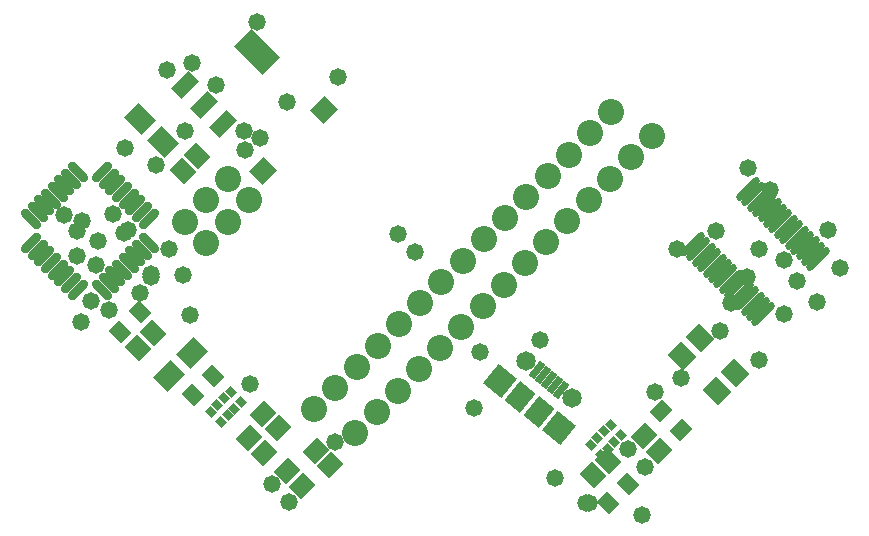
<source format=gts>
G04*
G04 #@! TF.GenerationSoftware,Altium Limited,Altium Designer,23.4.1 (23)*
G04*
G04 Layer_Color=8388736*
%FSLAX44Y44*%
%MOMM*%
G71*
G04*
G04 #@! TF.SameCoordinates,7EF6362F-2363-4B38-88DE-BB285B2C36F4*
G04*
G04*
G04 #@! TF.FilePolarity,Negative*
G04*
G01*
G75*
G04:AMPARAMS|DCode=34|XSize=0.7032mm|YSize=0.8032mm|CornerRadius=0mm|HoleSize=0mm|Usage=FLASHONLY|Rotation=45.000|XOffset=0mm|YOffset=0mm|HoleType=Round|Shape=Rectangle|*
%AMROTATEDRECTD34*
4,1,4,0.0354,-0.5326,-0.5326,0.0354,-0.0354,0.5326,0.5326,-0.0354,0.0354,-0.5326,0.0*
%
%ADD34ROTATEDRECTD34*%

G04:AMPARAMS|DCode=35|XSize=0.6532mm|YSize=2.6032mm|CornerRadius=0mm|HoleSize=0mm|Usage=FLASHONLY|Rotation=135.000|XOffset=0mm|YOffset=0mm|HoleType=Round|Shape=Round|*
%AMOVALD35*
21,1,1.9500,0.6532,0.0000,0.0000,225.0*
1,1,0.6532,0.6894,0.6894*
1,1,0.6532,-0.6894,-0.6894*
%
%ADD35OVALD35*%

G04:AMPARAMS|DCode=36|XSize=1.7032mm|YSize=1.5032mm|CornerRadius=0mm|HoleSize=0mm|Usage=FLASHONLY|Rotation=135.000|XOffset=0mm|YOffset=0mm|HoleType=Round|Shape=Rectangle|*
%AMROTATEDRECTD36*
4,1,4,1.1336,-0.0707,0.0707,-1.1336,-1.1336,0.0707,-0.0707,1.1336,1.1336,-0.0707,0.0*
%
%ADD36ROTATEDRECTD36*%

G04:AMPARAMS|DCode=37|XSize=0.6032mm|YSize=1.5532mm|CornerRadius=0mm|HoleSize=0mm|Usage=FLASHONLY|Rotation=321.000|XOffset=0mm|YOffset=0mm|HoleType=Round|Shape=Rectangle|*
%AMROTATEDRECTD37*
4,1,4,-0.7231,-0.4137,0.2543,0.7933,0.7231,0.4137,-0.2543,-0.7933,-0.7231,-0.4137,0.0*
%
%ADD37ROTATEDRECTD37*%

G04:AMPARAMS|DCode=38|XSize=2.0032mm|YSize=2.1032mm|CornerRadius=0mm|HoleSize=0mm|Usage=FLASHONLY|Rotation=321.000|XOffset=0mm|YOffset=0mm|HoleType=Round|Shape=Rectangle|*
%AMROTATEDRECTD38*
4,1,4,-1.4402,-0.1869,-0.1166,1.4476,1.4402,0.1869,0.1166,-1.4476,-1.4402,-0.1869,0.0*
%
%ADD38ROTATEDRECTD38*%

G04:AMPARAMS|DCode=39|XSize=1.7032mm|YSize=2.1032mm|CornerRadius=0mm|HoleSize=0mm|Usage=FLASHONLY|Rotation=321.000|XOffset=0mm|YOffset=0mm|HoleType=Round|Shape=Rectangle|*
%AMROTATEDRECTD39*
4,1,4,-1.3236,-0.2813,-0.0000,1.3532,1.3236,0.2813,0.0000,-1.3532,-1.3236,-0.2813,0.0*
%
%ADD39ROTATEDRECTD39*%

G04:AMPARAMS|DCode=40|XSize=1.2032mm|YSize=2.0532mm|CornerRadius=0mm|HoleSize=0mm|Usage=FLASHONLY|Rotation=135.000|XOffset=0mm|YOffset=0mm|HoleType=Round|Shape=Rectangle|*
%AMROTATEDRECTD40*
4,1,4,1.1513,0.3005,-0.3005,-1.1513,-1.1513,-0.3005,0.3005,1.1513,1.1513,0.3005,0.0*
%
%ADD40ROTATEDRECTD40*%

G04:AMPARAMS|DCode=41|XSize=3.4032mm|YSize=2.0532mm|CornerRadius=0mm|HoleSize=0mm|Usage=FLASHONLY|Rotation=135.000|XOffset=0mm|YOffset=0mm|HoleType=Round|Shape=Rectangle|*
%AMROTATEDRECTD41*
4,1,4,1.9291,-0.4773,0.4773,-1.9291,-1.9291,0.4773,-0.4773,1.9291,1.9291,-0.4773,0.0*
%
%ADD41ROTATEDRECTD41*%

G04:AMPARAMS|DCode=42|XSize=1.7032mm|YSize=2.1532mm|CornerRadius=0mm|HoleSize=0mm|Usage=FLASHONLY|Rotation=135.000|XOffset=0mm|YOffset=0mm|HoleType=Round|Shape=Rectangle|*
%AMROTATEDRECTD42*
4,1,4,1.3635,0.1591,-0.1591,-1.3635,-1.3635,-0.1591,0.1591,1.3635,1.3635,0.1591,0.0*
%
%ADD42ROTATEDRECTD42*%

G04:AMPARAMS|DCode=43|XSize=1.7032mm|YSize=1.5032mm|CornerRadius=0mm|HoleSize=0mm|Usage=FLASHONLY|Rotation=45.000|XOffset=0mm|YOffset=0mm|HoleType=Round|Shape=Rectangle|*
%AMROTATEDRECTD43*
4,1,4,-0.0707,-1.1336,-1.1336,-0.0707,0.0707,1.1336,1.1336,0.0707,-0.0707,-1.1336,0.0*
%
%ADD43ROTATEDRECTD43*%

G04:AMPARAMS|DCode=44|XSize=1.7032mm|YSize=2.1532mm|CornerRadius=0mm|HoleSize=0mm|Usage=FLASHONLY|Rotation=45.000|XOffset=0mm|YOffset=0mm|HoleType=Round|Shape=Rectangle|*
%AMROTATEDRECTD44*
4,1,4,0.1591,-1.3635,-1.3635,0.1591,-0.1591,1.3635,1.3635,-0.1591,0.1591,-1.3635,0.0*
%
%ADD44ROTATEDRECTD44*%

G04:AMPARAMS|DCode=45|XSize=0.8032mm|YSize=2.1532mm|CornerRadius=0mm|HoleSize=0mm|Usage=FLASHONLY|Rotation=45.000|XOffset=0mm|YOffset=0mm|HoleType=Round|Shape=Round|*
%AMOVALD45*
21,1,1.3500,0.8032,0.0000,0.0000,135.0*
1,1,0.8032,0.4773,-0.4773*
1,1,0.8032,-0.4773,0.4773*
%
%ADD45OVALD45*%

G04:AMPARAMS|DCode=46|XSize=0.8032mm|YSize=2.1532mm|CornerRadius=0mm|HoleSize=0mm|Usage=FLASHONLY|Rotation=135.000|XOffset=0mm|YOffset=0mm|HoleType=Round|Shape=Round|*
%AMOVALD46*
21,1,1.3500,0.8032,0.0000,0.0000,225.0*
1,1,0.8032,0.4773,0.4773*
1,1,0.8032,-0.4773,-0.4773*
%
%ADD46OVALD46*%

G04:AMPARAMS|DCode=47|XSize=1.6032mm|YSize=1.7032mm|CornerRadius=0mm|HoleSize=0mm|Usage=FLASHONLY|Rotation=135.000|XOffset=0mm|YOffset=0mm|HoleType=Round|Shape=Rectangle|*
%AMROTATEDRECTD47*
4,1,4,1.1690,0.0354,-0.0354,-1.1690,-1.1690,-0.0354,0.0354,1.1690,1.1690,0.0354,0.0*
%
%ADD47ROTATEDRECTD47*%

G04:AMPARAMS|DCode=48|XSize=1.4532mm|YSize=1.3032mm|CornerRadius=0mm|HoleSize=0mm|Usage=FLASHONLY|Rotation=135.000|XOffset=0mm|YOffset=0mm|HoleType=Round|Shape=Rectangle|*
%AMROTATEDRECTD48*
4,1,4,0.9745,-0.0530,0.0530,-0.9745,-0.9745,0.0530,-0.0530,0.9745,0.9745,-0.0530,0.0*
%
%ADD48ROTATEDRECTD48*%

G04:AMPARAMS|DCode=49|XSize=1.8032mm|YSize=1.6032mm|CornerRadius=0mm|HoleSize=0mm|Usage=FLASHONLY|Rotation=315.000|XOffset=0mm|YOffset=0mm|HoleType=Round|Shape=Rectangle|*
%AMROTATEDRECTD49*
4,1,4,-1.2044,0.0707,-0.0707,1.2044,1.2044,-0.0707,0.0707,-1.2044,-1.2044,0.0707,0.0*
%
%ADD49ROTATEDRECTD49*%

G04:AMPARAMS|DCode=50|XSize=1.4532mm|YSize=1.3032mm|CornerRadius=0mm|HoleSize=0mm|Usage=FLASHONLY|Rotation=45.000|XOffset=0mm|YOffset=0mm|HoleType=Round|Shape=Rectangle|*
%AMROTATEDRECTD50*
4,1,4,-0.0530,-0.9745,-0.9745,-0.0530,0.0530,0.9745,0.9745,0.0530,-0.0530,-0.9745,0.0*
%
%ADD50ROTATEDRECTD50*%

%ADD51C,2.2032*%
%ADD52C,1.6532*%
G04:AMPARAMS|DCode=53|XSize=0.8032mm|YSize=1.5032mm|CornerRadius=0.2516mm|HoleSize=0mm|Usage=FLASHONLY|Rotation=321.000|XOffset=0mm|YOffset=0mm|HoleType=Round|Shape=RoundedRectangle|*
%AMROUNDEDRECTD53*
21,1,0.8032,1.0000,0,0,321.0*
21,1,0.3000,1.5032,0,0,321.0*
1,1,0.5032,-0.1981,-0.4830*
1,1,0.5032,-0.4312,-0.2942*
1,1,0.5032,0.1981,0.4830*
1,1,0.5032,0.4312,0.2942*
%
%ADD53ROUNDEDRECTD53*%
%ADD54C,1.4732*%
D34*
X395714Y4613D02*
D03*
X390057Y-1043D02*
D03*
X384400Y-6701D02*
D03*
X378743Y-12357D02*
D03*
X386914Y13414D02*
D03*
X381256Y7757D02*
D03*
X375600Y2100D02*
D03*
X369943Y-3557D02*
D03*
X73989Y32619D02*
D03*
X68333Y26962D02*
D03*
X62675Y21305D02*
D03*
X57019Y15648D02*
D03*
X65189Y41419D02*
D03*
X59532Y35762D02*
D03*
X53875Y30106D02*
D03*
X48218Y24448D02*
D03*
D35*
X456491Y166641D02*
D03*
X461087Y162044D02*
D03*
X465683Y157448D02*
D03*
X470280Y152852D02*
D03*
X474875Y148256D02*
D03*
X479472Y143659D02*
D03*
X484068Y139064D02*
D03*
X488664Y134467D02*
D03*
X493260Y129871D02*
D03*
X497856Y125275D02*
D03*
X502453Y120678D02*
D03*
X507049Y116083D02*
D03*
X511645Y111486D02*
D03*
X516241Y106890D02*
D03*
X503160Y213310D02*
D03*
X507756Y208713D02*
D03*
X512352Y204117D02*
D03*
X516948Y199521D02*
D03*
X521544Y194925D02*
D03*
X526141Y190329D02*
D03*
X530737Y185732D02*
D03*
X535333Y181136D02*
D03*
X539929Y176540D02*
D03*
X544525Y171944D02*
D03*
X549122Y167348D02*
D03*
X553718Y162752D02*
D03*
X558314Y158155D02*
D03*
X562910Y153559D02*
D03*
D36*
X-13074Y78425D02*
D03*
X-700Y90800D02*
D03*
X24513Y228213D02*
D03*
X36887Y240588D02*
D03*
X372013Y-29387D02*
D03*
X384387Y-17012D02*
D03*
D37*
X345021Y43262D02*
D03*
X339969Y47353D02*
D03*
X334918Y51444D02*
D03*
X329866Y55534D02*
D03*
X324815Y59625D02*
D03*
D38*
X343088Y10367D02*
D03*
X293118Y50833D02*
D03*
D39*
X325929Y24263D02*
D03*
X310200Y37000D02*
D03*
D40*
X26586Y300713D02*
D03*
X42849Y284450D02*
D03*
X59113Y268186D02*
D03*
D41*
X87751Y329351D02*
D03*
D42*
X32408Y74282D02*
D03*
X12963Y54837D02*
D03*
D43*
X92813Y22787D02*
D03*
X105188Y10413D02*
D03*
X80813Y2087D02*
D03*
X93187Y-10287D02*
D03*
X113313Y-25913D02*
D03*
X125687Y-38287D02*
D03*
X137113Y-8613D02*
D03*
X149487Y-20987D02*
D03*
X415413Y3687D02*
D03*
X427787Y-8687D02*
D03*
D44*
X7823Y252477D02*
D03*
X-11623Y271923D02*
D03*
D45*
X-103751Y187853D02*
D03*
X-98094Y193510D02*
D03*
X-92437Y199167D02*
D03*
X-86780Y204824D02*
D03*
X-81124Y210481D02*
D03*
X-75466Y216137D02*
D03*
X-69810Y221794D02*
D03*
X-64153Y227451D02*
D03*
X-4049Y167347D02*
D03*
X-9706Y161690D02*
D03*
X-15362Y156033D02*
D03*
X-21019Y150377D02*
D03*
X-26676Y144719D02*
D03*
X-32333Y139063D02*
D03*
X-37990Y133406D02*
D03*
X-43647Y127749D02*
D03*
D46*
Y227451D02*
D03*
X-37990Y221794D02*
D03*
X-32333Y216137D02*
D03*
X-26676Y210481D02*
D03*
X-21019Y204824D02*
D03*
X-15362Y199167D02*
D03*
X-9706Y193510D02*
D03*
X-4049Y187853D02*
D03*
X-64153Y127749D02*
D03*
X-69810Y133406D02*
D03*
X-75466Y139063D02*
D03*
X-81124Y144719D02*
D03*
X-86780Y150377D02*
D03*
X-92437Y156033D02*
D03*
X-98094Y161690D02*
D03*
X-103751Y167347D02*
D03*
D47*
X92456Y227955D02*
D03*
X144541Y280041D02*
D03*
D48*
X401408Y-36291D02*
D03*
X384792Y-52909D02*
D03*
X-11792Y108808D02*
D03*
X-28408Y92192D02*
D03*
X50308Y55108D02*
D03*
X33692Y38491D02*
D03*
D49*
X462485Y87156D02*
D03*
X492184Y57457D02*
D03*
X476627Y41901D02*
D03*
X446929Y71600D02*
D03*
D50*
X429492Y25309D02*
D03*
X446108Y8692D02*
D03*
D51*
X170795Y6395D02*
D03*
X188755Y24356D02*
D03*
X206716Y42316D02*
D03*
X224676Y60277D02*
D03*
X242637Y78237D02*
D03*
X260597Y96198D02*
D03*
X278558Y114158D02*
D03*
X296519Y132119D02*
D03*
X314479Y150079D02*
D03*
X332439Y168040D02*
D03*
X350400Y186000D02*
D03*
X368360Y203961D02*
D03*
X386321Y221921D02*
D03*
X404282Y239882D02*
D03*
X422242Y257843D02*
D03*
X80561Y203440D02*
D03*
X62600Y185479D02*
D03*
X44640Y167519D02*
D03*
X62600Y221400D02*
D03*
X44640Y203440D02*
D03*
X26679Y185479D02*
D03*
X135934Y26635D02*
D03*
X153895Y44595D02*
D03*
X171855Y62556D02*
D03*
X189816Y80517D02*
D03*
X207776Y98477D02*
D03*
X225737Y116437D02*
D03*
X243697Y134398D02*
D03*
X261658Y152358D02*
D03*
X279618Y170319D02*
D03*
X297579Y188279D02*
D03*
X315539Y206240D02*
D03*
X333500Y224200D02*
D03*
X351460Y242161D02*
D03*
X369421Y260121D02*
D03*
X387382Y278082D02*
D03*
D52*
X315489Y67176D02*
D03*
X354346Y35710D02*
D03*
D53*
X345334Y8691D02*
D03*
X290934Y52743D02*
D03*
D03*
D54*
X206598Y174848D02*
D03*
X11272Y313532D02*
D03*
X-34702Y191866D02*
D03*
X-53244Y117952D02*
D03*
X-48926Y148432D02*
D03*
X-25050Y175864D02*
D03*
X31084Y106268D02*
D03*
X100426Y-36480D02*
D03*
X89758Y255874D02*
D03*
X76423Y262351D02*
D03*
X2382Y233776D02*
D03*
X52420Y300713D02*
D03*
X561690Y117190D02*
D03*
X276702Y75280D02*
D03*
X-21748Y178404D02*
D03*
X-65182Y156560D02*
D03*
X112872Y286608D02*
D03*
X-64674Y177134D02*
D03*
X-60610Y185770D02*
D03*
X-24288Y247492D02*
D03*
X26679Y262351D02*
D03*
X-2444Y141320D02*
D03*
X221330Y159608D02*
D03*
X512668Y162291D02*
D03*
X570930Y178475D02*
D03*
X424412Y41237D02*
D03*
X413608Y-62561D02*
D03*
X-61880Y100772D02*
D03*
X-2444Y138473D02*
D03*
X443390Y162044D02*
D03*
X366283Y-52909D02*
D03*
X270860Y27528D02*
D03*
X479902Y92552D02*
D03*
X533750Y152598D02*
D03*
X-38004Y110840D02*
D03*
X32354Y319374D02*
D03*
X-47402Y168752D02*
D03*
X114396Y-51974D02*
D03*
X-75850Y190850D02*
D03*
X77215Y245714D02*
D03*
X581248Y146400D02*
D03*
X544672Y135224D02*
D03*
X327248Y85186D02*
D03*
X416402Y-22092D02*
D03*
X340202Y-31908D02*
D03*
X476346Y177134D02*
D03*
X401924Y-6852D02*
D03*
X446882Y53326D02*
D03*
X368904Y-52990D02*
D03*
X25242Y140050D02*
D03*
X-11792Y124810D02*
D03*
X81376Y48356D02*
D03*
X12796Y162656D02*
D03*
X153258Y-1428D02*
D03*
X533938Y106890D02*
D03*
X512668Y68233D02*
D03*
X502453Y138375D02*
D03*
X488664Y116770D02*
D03*
X87751Y354825D02*
D03*
X156052Y308255D02*
D03*
X503160Y231006D02*
D03*
X521544Y212621D02*
D03*
M02*

</source>
